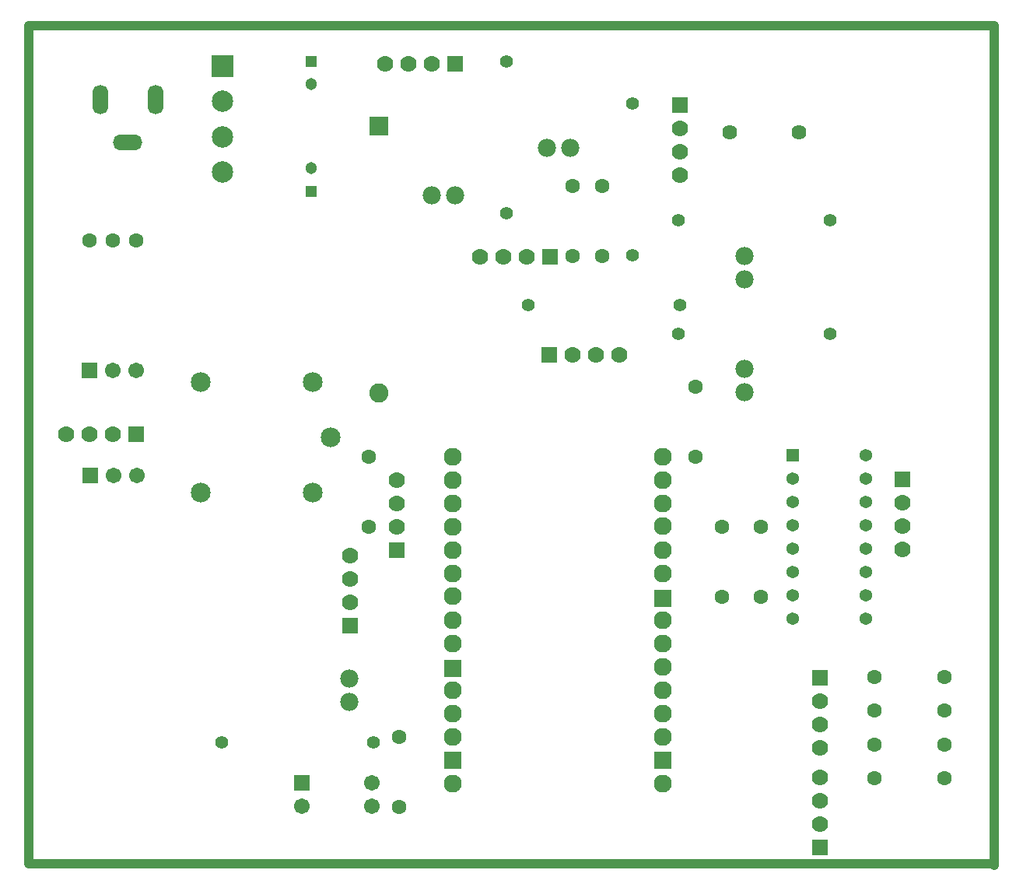
<source format=gbs>
G04*
G04 #@! TF.GenerationSoftware,Altium Limited,Altium Designer,18.0.9 (584)*
G04*
G04 Layer_Color=16711935*
%FSLAX44Y44*%
%MOMM*%
G71*
G01*
G75*
%ADD18C,1.0000*%
%ADD19C,1.7032*%
%ADD20R,1.7032X1.7032*%
%ADD21R,1.7782X1.7782*%
%ADD22C,1.7782*%
%ADD23R,1.7782X1.7782*%
%ADD24R,1.3632X1.3632*%
%ADD25C,1.3632*%
%ADD26R,2.3332X2.3332*%
%ADD27C,2.3332*%
%ADD28C,2.0782*%
%ADD29R,2.0782X2.0782*%
%ADD30R,1.3032X1.3032*%
%ADD31C,1.3032*%
%ADD32C,1.4032*%
%ADD33C,1.6202*%
%ADD34C,1.6032*%
%ADD35C,2.1532*%
%ADD36C,1.9812*%
%ADD37O,3.2192X1.7112*%
%ADD38O,1.7112X3.2192*%
%ADD39C,1.9558*%
%ADD40R,1.9558X1.9558*%
D18*
X259080Y354330D02*
X1308100D01*
X259080Y1266190D02*
X259080Y354330D01*
X259080Y1266190D02*
X1309370D01*
Y353060D02*
Y1266190D01*
D19*
X375420Y891560D02*
D03*
X350020D02*
D03*
X350895Y777240D02*
D03*
X376295D02*
D03*
X632230Y417060D02*
D03*
Y442460D02*
D03*
X556030Y417060D02*
D03*
D20*
X324620Y891560D02*
D03*
X325495Y777240D02*
D03*
X556030Y442460D02*
D03*
D21*
X375920Y821690D02*
D03*
X825500Y908050D02*
D03*
X722710Y1225370D02*
D03*
X825805Y1014730D02*
D03*
D22*
X350520Y821690D02*
D03*
X325120D02*
D03*
X299720D02*
D03*
X1120240Y531860D02*
D03*
Y506460D02*
D03*
Y481060D02*
D03*
X850900Y908050D02*
D03*
X876300D02*
D03*
X901700D02*
D03*
X608330Y638742D02*
D03*
Y664142D02*
D03*
Y689542D02*
D03*
X697310Y1225370D02*
D03*
X671910D02*
D03*
X646510D02*
D03*
X967740Y1154459D02*
D03*
Y1129059D02*
D03*
Y1103659D02*
D03*
X800405Y1014730D02*
D03*
X775005D02*
D03*
X749605D02*
D03*
X1209884Y747830D02*
D03*
Y722430D02*
D03*
Y697030D02*
D03*
X1120140Y397510D02*
D03*
Y422910D02*
D03*
Y448310D02*
D03*
X659130Y721360D02*
D03*
Y746760D02*
D03*
Y772160D02*
D03*
D23*
X1120240Y557260D02*
D03*
X608330Y613342D02*
D03*
X967740Y1179859D02*
D03*
X1209884Y773230D02*
D03*
X1120140Y372110D02*
D03*
X659130Y695960D02*
D03*
D24*
X1090270Y798830D02*
D03*
D25*
Y773430D02*
D03*
Y748030D02*
D03*
Y722630D02*
D03*
Y697230D02*
D03*
Y671830D02*
D03*
Y646430D02*
D03*
Y621030D02*
D03*
X1169670D02*
D03*
Y646430D02*
D03*
Y671830D02*
D03*
Y697230D02*
D03*
Y722630D02*
D03*
Y748030D02*
D03*
Y773430D02*
D03*
Y798830D02*
D03*
D26*
X469980Y1222595D02*
D03*
D27*
Y1184095D02*
D03*
Y1145595D02*
D03*
Y1107095D02*
D03*
D28*
X640080Y866970D02*
D03*
D29*
Y1156970D02*
D03*
D30*
X566500Y1227745D02*
D03*
X565875Y1086445D02*
D03*
D31*
X566500Y1202745D02*
D03*
X565875Y1111445D02*
D03*
D32*
X778590Y1227245D02*
D03*
Y1062245D02*
D03*
X915750Y1016734D02*
D03*
Y1181734D02*
D03*
X633730Y486410D02*
D03*
X468730D02*
D03*
X966199Y931296D02*
D03*
X1131199D02*
D03*
X966199Y1055189D02*
D03*
X1131199D02*
D03*
X802640Y962660D02*
D03*
X967640D02*
D03*
D33*
X1021380Y1150620D02*
D03*
X1097280D02*
D03*
D34*
X375920Y1032510D02*
D03*
X350520D02*
D03*
X325120D02*
D03*
X1179430Y558135D02*
D03*
X1255630D02*
D03*
X850330Y1016000D02*
D03*
Y1092200D02*
D03*
X1179430Y447645D02*
D03*
X1255630D02*
D03*
X1013460Y645160D02*
D03*
Y721360D02*
D03*
X628650Y797560D02*
D03*
Y721360D02*
D03*
X661670Y492760D02*
D03*
Y416560D02*
D03*
X1055370Y645160D02*
D03*
Y721360D02*
D03*
X1179430Y521305D02*
D03*
X1255630D02*
D03*
X1179430Y484475D02*
D03*
X1255630D02*
D03*
X882650Y1016000D02*
D03*
Y1092200D02*
D03*
X984250Y873760D02*
D03*
Y797560D02*
D03*
D35*
X587730Y818760D02*
D03*
X567730Y758760D02*
D03*
X445730D02*
D03*
Y878760D02*
D03*
X567730D02*
D03*
D36*
X697230Y1082040D02*
D03*
X722630D02*
D03*
X823040Y1133760D02*
D03*
X848440D02*
D03*
X607315Y530860D02*
D03*
Y556260D02*
D03*
X1037714Y1015800D02*
D03*
Y990400D02*
D03*
Y892810D02*
D03*
Y867410D02*
D03*
D37*
X366550Y1139180D02*
D03*
D38*
X336550Y1186180D02*
D03*
X396550D02*
D03*
D39*
X720170Y441510D02*
D03*
Y543110D02*
D03*
Y517710D02*
D03*
Y492310D02*
D03*
Y593910D02*
D03*
Y619310D02*
D03*
Y645980D02*
D03*
Y797110D02*
D03*
Y771710D02*
D03*
Y746310D02*
D03*
Y720910D02*
D03*
Y695510D02*
D03*
Y670110D02*
D03*
X948770Y441510D02*
D03*
Y543110D02*
D03*
Y517710D02*
D03*
Y492310D02*
D03*
Y568510D02*
D03*
Y593910D02*
D03*
Y619310D02*
D03*
Y797110D02*
D03*
Y771710D02*
D03*
Y746310D02*
D03*
Y722180D02*
D03*
Y695510D02*
D03*
Y670110D02*
D03*
D40*
X720170Y466910D02*
D03*
Y567240D02*
D03*
X948770Y466910D02*
D03*
Y643440D02*
D03*
M02*

</source>
